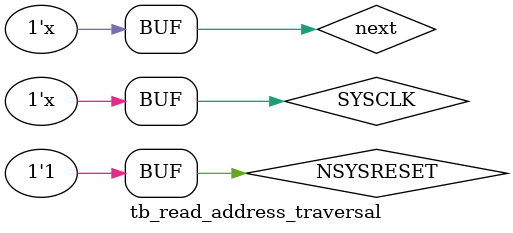
<source format=v>


`timescale 1ns/100ps

module tb_read_address_traversal;

parameter SYSCLK_PERIOD = 20.8333;// 48.0001MHZ

reg SYSCLK;
reg NSYSRESET;
reg next;

initial
begin
    SYSCLK = 1'b0;
    NSYSRESET = 1'b0;
    next = 1'b0;
end

//////////////////////////////////////////////////////////////////////
// Reset Pulse
//////////////////////////////////////////////////////////////////////
initial
begin
    #(SYSCLK_PERIOD * 10 )
        NSYSRESET = 1'b1;
end


//////////////////////////////////////////////////////////////////////
// Clock Driver
//////////////////////////////////////////////////////////////////////
always @(SYSCLK)
    #(SYSCLK_PERIOD / 2.0) SYSCLK <= !SYSCLK;

always @(SYSCLK)
    #(SYSCLK_PERIOD*10) next <= !next;


wire [1:0] BA;
wire [8:0] COL;
wire [12:0] ROW;
//////////////////////////////////////////////////////////////////////
// Instantiate Unit Under Test:  read_address_traversal
//////////////////////////////////////////////////////////////////////
read_address_traversal read_address_traversal_0 (
    // Inputs
    .NEXT(next),

    // Outputs
    .BA_READ_OUT( BA),
    .ROW_READ_OUT( ROW),
    .COL_READ_OUT(COL )

    // Inouts

);

endmodule


</source>
